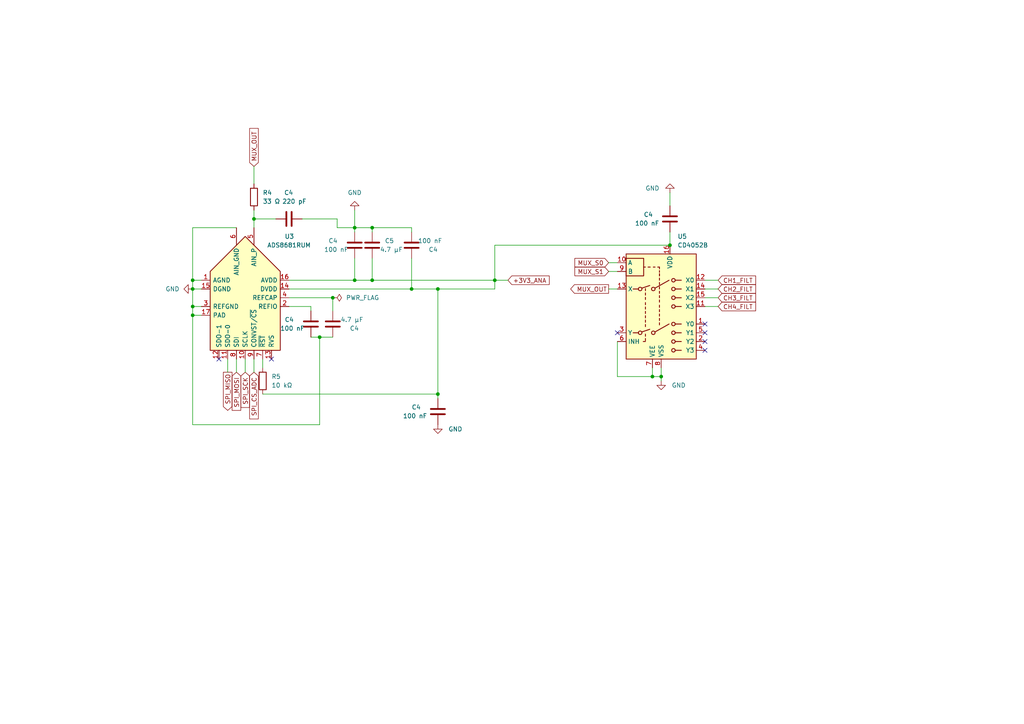
<source format=kicad_sch>
(kicad_sch (version 20230121) (generator eeschema)
  (paper "A4")
  (lib_symbols
    (symbol "Analog_ADC:ADS8681RUM" (pin_names (offset 0.762))
      (property "Reference" "U" (at 6.35 13.97 0))
      (property "Value" "ADS8681RUM" (at 6.35 11.43 0))
      (symbol "ADS8681RUM_0_1"
        (polyline (pts (xy -5.08 10.16) (xy 17.78 10.16) (xy 17.78 -10.16) (xy -5.08 -10.16) (xy -15.24 0) (xy -5.08 10.16)) (stroke (width 0.254)) (fill (type background)))
      )
      (symbol "ADS8681RUM_1_1"
        (pin power_in line (at -2.54 -12.7 90) (length 2.54) (name "AGND") (number "1"))
        (pin input line (at 20.32 0 180) (length 2.54) (name "SCLK") (number "10"))
        (pin tri_state line (at 20.32 -5.08 180) (length 2.54) (name "SDO-0") (number "11"))
        (pin tri_state line (at 20.32 -7.62 180) (length 2.54) (name "SDO-1") (number "12"))
        (pin output line (at 20.32 7.62 180) (length 2.54) (name "RVS") (number "13"))
        (pin power_in line (at 0 12.7 270) (length 2.54) (name "DVDD") (number "14"))
        (pin power_in line (at 0 -12.7 90) (length 2.54) (name "DGND") (number "15"))
        (pin power_in line (at -2.54 12.7 270) (length 2.54) (name "AVDD") (number "16"))
        (pin power_in line (at 7.62 -12.7 90) (length 2.54) (name "PAD") (number "17"))
        (pin passive line (at 5.08 12.7 270) (length 2.54) (name "REFIO") (number "2"))
        (pin power_in line (at 5.08 -12.7 90) (length 2.54) (name "REFGND") (number "3"))
        (pin power_in line (at 2.54 12.7 270) (length 2.54) (name "REFCAP") (number "4"))
        (pin input line (at -17.78 2.54 0) (length 5.08) (name "AIN_P") (number "5"))
        (pin input line (at -17.78 -2.54 0) (length 5.08) (name "AIN_GND") (number "6"))
        (pin input line (at 20.32 5.08 180) (length 2.54) (name "~{RST}") (number "7"))
        (pin input line (at 20.32 -2.54 180) (length 2.54) (name "SDI") (number "8"))
        (pin input line (at 20.32 2.54 180) (length 2.54) (name "CONVST/~{CS}") (number "9"))
      )
    )
    (symbol "Analog_Switch:CD4052B"
      (property "Reference" "U" (at -10.16 16.51 0))
      (property "Value" "CD4052B" (at 3.81 16.51 0))
      (symbol "CD4052B_0_1"
        (rectangle (start -10.16 8.89) (end -5.08 13.97) (stroke (width 0.254)))
        (rectangle (start -10.16 15.24) (end 10.16 -15.24) (stroke (width 0.254)) (fill (type background)))
        (circle (center -6.096 -7.62) (radius 0.508) (stroke (width 0.254)))
        (circle (center -6.096 5.08) (radius 0.508) (stroke (width 0.254)))
        (circle (center -2.286 -7.62) (radius 0.508) (stroke (width 0.254)))
        (circle (center -2.286 5.08) (radius 0.508) (stroke (width 0.254)))
        (polyline (pts (xy -8.128 -7.62) (xy -6.604 -7.62)) (stroke (width 0.254)))
        (polyline (pts (xy -8.128 5.08) (xy -6.604 5.08)) (stroke (width 0.254)))
        (polyline (pts (xy -5.588 -7.366) (xy -3.302 -6.604)) (stroke (width 0.254)))
        (polyline (pts (xy -5.588 5.334) (xy -3.302 6.096)) (stroke (width 0.254)))
        (polyline (pts (xy -4.572 -10.16) (xy -5.207 -10.16)) (stroke (width 0.254)))
        (polyline (pts (xy -4.572 -9.906) (xy -4.572 -9.271)) (stroke (width 0.254)))
        (polyline (pts (xy -4.572 -8.636) (xy -4.572 -8.001)) (stroke (width 0.254)))
        (polyline (pts (xy -4.572 -5.842) (xy -4.572 -5.207)) (stroke (width 0.254)))
        (polyline (pts (xy -4.572 -4.572) (xy -4.572 -3.937)) (stroke (width 0.254)))
        (polyline (pts (xy -4.572 -3.302) (xy -4.572 -2.667)) (stroke (width 0.254)))
        (polyline (pts (xy -4.572 -2.032) (xy -4.572 -1.397)) (stroke (width 0.254)))
        (polyline (pts (xy -4.572 -0.762) (xy -4.572 -0.127)) (stroke (width 0.254)))
        (polyline (pts (xy -4.572 0.508) (xy -4.572 1.143)) (stroke (width 0.254)))
        (polyline (pts (xy -4.572 2.032) (xy -4.572 2.667)) (stroke (width 0.254)))
        (polyline (pts (xy -4.572 3.302) (xy -4.572 3.937)) (stroke (width 0.254)))
        (polyline (pts (xy -4.572 4.572) (xy -4.572 5.207)) (stroke (width 0.254)))
        (polyline (pts (xy -4.572 11.43) (xy -5.08 11.43)) (stroke (width 0.254)))
        (polyline (pts (xy -3.81 11.43) (xy -3.175 11.43)) (stroke (width 0.254)))
        (polyline (pts (xy -1.778 -7.366) (xy 2.286 -5.08)) (stroke (width 0.254)))
        (polyline (pts (xy -1.778 5.334) (xy 2.286 7.62)) (stroke (width 0.254)))
        (polyline (pts (xy -1.778 11.43) (xy -2.286 11.43)) (stroke (width 0.254)))
        (polyline (pts (xy -0.508 -5.334) (xy -0.508 -4.699)) (stroke (width 0.254)))
        (polyline (pts (xy -0.508 -4.064) (xy -0.508 -3.429)) (stroke (width 0.254)))
        (polyline (pts (xy -0.508 -2.794) (xy -0.508 -2.159)) (stroke (width 0.254)))
        (polyline (pts (xy -0.508 -1.524) (xy -0.508 -0.889)) (stroke (width 0.254)))
        (polyline (pts (xy -0.508 -0.254) (xy -0.508 0.381)) (stroke (width 0.254)))
        (polyline (pts (xy -0.508 1.27) (xy -0.508 1.905)) (stroke (width 0.254)))
        (polyline (pts (xy -0.508 2.54) (xy -0.508 3.175)) (stroke (width 0.254)))
        (polyline (pts (xy -0.508 3.81) (xy -0.508 4.445)) (stroke (width 0.254)))
        (polyline (pts (xy -0.508 5.08) (xy -0.508 5.715)) (stroke (width 0.254)))
        (polyline (pts (xy -0.508 6.35) (xy -0.508 6.985)) (stroke (width 0.254)))
        (polyline (pts (xy -0.508 7.62) (xy -0.508 8.255)) (stroke (width 0.254)))
        (polyline (pts (xy -0.508 8.89) (xy -0.508 9.398)) (stroke (width 0.254)))
        (polyline (pts (xy -0.508 8.89) (xy -0.508 9.525)) (stroke (width 0.254)))
        (polyline (pts (xy -0.508 9.906) (xy -0.508 10.414)) (stroke (width 0.254)))
        (polyline (pts (xy -0.508 10.922) (xy -0.508 11.43)) (stroke (width 0.254)))
        (polyline (pts (xy -0.508 11.43) (xy -1.016 11.43)) (stroke (width 0.254)))
        (polyline (pts (xy 4.064 -12.7) (xy 5.842 -12.7)) (stroke (width 0.254)))
        (polyline (pts (xy 4.064 -10.16) (xy 5.842 -10.16)) (stroke (width 0.254)))
        (polyline (pts (xy 4.064 -7.62) (xy 5.842 -7.62)) (stroke (width 0.254)))
        (polyline (pts (xy 4.064 -5.08) (xy 5.842 -5.08)) (stroke (width 0.254)))
        (polyline (pts (xy 4.064 0) (xy 5.842 0)) (stroke (width 0.254)))
        (polyline (pts (xy 4.064 2.54) (xy 5.842 2.54)) (stroke (width 0.254)))
        (polyline (pts (xy 4.064 5.08) (xy 5.842 5.08)) (stroke (width 0.254)))
        (polyline (pts (xy 4.064 7.62) (xy 5.842 7.62)) (stroke (width 0.254)))
        (circle (center 3.556 -12.7) (radius 0.508) (stroke (width 0.254)))
        (circle (center 3.556 -10.16) (radius 0.508) (stroke (width 0.254)))
        (circle (center 3.556 -7.62) (radius 0.508) (stroke (width 0.254)))
        (circle (center 3.556 -5.08) (radius 0.508) (stroke (width 0.254)))
        (circle (center 3.556 0) (radius 0.508) (stroke (width 0.254)))
        (circle (center 3.556 2.54) (radius 0.508) (stroke (width 0.254)))
        (circle (center 3.556 5.08) (radius 0.508) (stroke (width 0.254)))
        (circle (center 3.556 7.62) (radius 0.508) (stroke (width 0.254)))
      )
      (symbol "CD4052B_1_1"
        (pin bidirectional line (at 12.7 -5.08 180) (length 2.54) (name "Y0") (number "1"))
        (pin input line (at -12.7 12.7 0) (length 2.54) (name "A") (number "10"))
        (pin bidirectional line (at 12.7 0 180) (length 2.54) (name "X3") (number "11"))
        (pin bidirectional line (at 12.7 7.62 180) (length 2.54) (name "X0") (number "12"))
        (pin bidirectional line (at -12.7 5.08 0) (length 2.54) (name "X") (number "13"))
        (pin bidirectional line (at 12.7 5.08 180) (length 2.54) (name "X1") (number "14"))
        (pin bidirectional line (at 12.7 2.54 180) (length 2.54) (name "X2") (number "15"))
        (pin power_in line (at 2.54 17.78 270) (length 2.54) (name "VDD") (number "16"))
        (pin bidirectional line (at 12.7 -10.16 180) (length 2.54) (name "Y2") (number "2"))
        (pin bidirectional line (at -12.7 -7.62 0) (length 2.54) (name "Y") (number "3"))
        (pin bidirectional line (at 12.7 -12.7 180) (length 2.54) (name "Y3") (number "4"))
        (pin bidirectional line (at 12.7 -7.62 180) (length 2.54) (name "Y1") (number "5"))
        (pin input line (at -12.7 -10.16 0) (length 2.54) (name "INH") (number "6"))
        (pin power_in line (at -2.54 -17.78 90) (length 2.54) (name "VEE") (number "7"))
        (pin power_in line (at 0 -17.78 90) (length 2.54) (name "VSS") (number "8"))
        (pin input line (at -12.7 10.16 0) (length 2.54) (name "B") (number "9"))
      )
    )
    (symbol "Device:C" (pin_numbers hide) (pin_names (offset 0.254))
      (property "Reference" "C" (at 0.635 2.54 0))
      (property "Value" "C" (at 0.635 -2.54 0))
      (symbol "C_0_1"
        (polyline (pts (xy -2.032 -0.762) (xy 2.032 -0.762)) (stroke (width 0.508)))
        (polyline (pts (xy -2.032 0.762) (xy 2.032 0.762)) (stroke (width 0.508)))
      )
      (symbol "C_1_1"
        (pin passive line (at 0 3.81 270) (length 2.794) (name "~") (number "1"))
        (pin passive line (at 0 -3.81 90) (length 2.794) (name "~") (number "2"))
      )
    )
    (symbol "Device:R" (pin_numbers hide) (pin_names (offset 0))
      (property "Reference" "R" (at 2.032 0 90))
      (property "Value" "R" (at 0 0 90))
      (symbol "R_0_1"
        (rectangle (start -1.016 -2.54) (end 1.016 2.54) (stroke (width 0.254)))
      )
      (symbol "R_1_1"
        (pin passive line (at 0 3.81 270) (length 1.27) (name "~") (number "1"))
        (pin passive line (at 0 -3.81 90) (length 1.27) (name "~") (number "2"))
      )
    )
    (symbol "power:GND" (power) (pin_names (offset 0))
      (property "Value" "GND" (at 0 -3.81 0))
      (symbol "GND_0_1"
        (polyline (pts (xy 0 0) (xy 0 -1.27) (xy 1.27 -1.27) (xy 0 -2.54) (xy -1.27 -1.27) (xy 0 -1.27)))
      )
      (symbol "GND_1_1"
        (pin power_in line (at 0 0 270) (length 0) hide (name "GND") (number "1"))
      )
    )
    (symbol "power:PWR_FLAG" (power) (pin_numbers hide) (pin_names (offset 0) hide)
      (property "Value" "PWR_FLAG" (at 0 3.81 0))
      (symbol "PWR_FLAG_0_0"
        (pin power_out line (at 0 0 90) (length 0) (name "pwr") (number "1"))
      )
      (symbol "PWR_FLAG_0_1"
        (polyline (pts (xy 0 0) (xy 0 1.27) (xy -1.016 1.905) (xy 0 2.54) (xy 1.016 1.905) (xy 0 1.27)))
      )
    )
  )
  (junction (at 55.88 81.28))
  (junction (at 189.23 109.22))
  (junction (at 194.31 71.12))
  (junction (at 55.88 83.82))
  (junction (at 73.66 63.5))
  (junction (at 127 83.82))
  (junction (at 96.52 86.36))
  (junction (at 55.88 91.44))
  (junction (at 107.95 66.04))
  (junction (at 102.87 81.28))
  (junction (at 143.51 81.28))
  (junction (at 107.95 81.28))
  (junction (at 102.87 66.04))
  (junction (at 92.71 97.79))
  (junction (at 55.88 88.9))
  (junction (at 191.77 109.22))
  (junction (at 119.38 83.82))
  (junction (at 127 114.3))
  (no_connect (at 204.47 101.6))
  (no_connect (at 63.5 104.14))
  (no_connect (at 179.07 96.52))
  (no_connect (at 204.47 99.06))
  (no_connect (at 78.74 104.14))
  (no_connect (at 204.47 93.98))
  (no_connect (at 204.47 96.52))
  (wire (pts (xy 176.53 83.82) (xy 179.07 83.82)))
  (wire (pts (xy 102.87 81.28) (xy 107.95 81.28)))
  (wire (pts (xy 119.38 67.31) (xy 119.38 66.04)))
  (wire (pts (xy 73.66 63.5) (xy 80.01 63.5)))
  (wire (pts (xy 55.88 66.04) (xy 55.88 81.28)))
  (wire (pts (xy 96.52 86.36) (xy 96.52 90.17)))
  (wire (pts (xy 194.31 71.12) (xy 143.51 71.12)))
  (wire (pts (xy 143.51 83.82) (xy 143.51 81.28)))
  (wire (pts (xy 73.66 48.26) (xy 73.66 53.34)))
  (wire (pts (xy 55.88 88.9) (xy 55.88 83.82)))
  (wire (pts (xy 92.71 123.19) (xy 55.88 123.19)))
  (wire (pts (xy 76.2 114.3) (xy 127 114.3)))
  (wire (pts (xy 179.07 109.22) (xy 189.23 109.22)))
  (wire (pts (xy 83.82 88.9) (xy 90.17 88.9)))
  (wire (pts (xy 107.95 74.93) (xy 107.95 81.28)))
  (wire (pts (xy 127 114.3) (xy 127 83.82)))
  (wire (pts (xy 68.58 66.04) (xy 55.88 66.04)))
  (wire (pts (xy 204.47 83.82) (xy 208.28 83.82)))
  (wire (pts (xy 189.23 109.22) (xy 191.77 109.22)))
  (wire (pts (xy 92.71 97.79) (xy 96.52 97.79)))
  (wire (pts (xy 204.47 81.28) (xy 208.28 81.28)))
  (wire (pts (xy 55.88 123.19) (xy 55.88 91.44)))
  (wire (pts (xy 176.53 78.74) (xy 179.07 78.74)))
  (wire (pts (xy 204.47 88.9) (xy 208.28 88.9)))
  (wire (pts (xy 97.79 66.04) (xy 102.87 66.04)))
  (wire (pts (xy 55.88 81.28) (xy 58.42 81.28)))
  (wire (pts (xy 102.87 60.96) (xy 102.87 66.04)))
  (wire (pts (xy 194.31 55.88) (xy 194.31 59.69)))
  (wire (pts (xy 176.53 76.2) (xy 179.07 76.2)))
  (wire (pts (xy 92.71 97.79) (xy 92.71 123.19)))
  (wire (pts (xy 71.12 104.14) (xy 71.12 107.95)))
  (wire (pts (xy 90.17 97.79) (xy 92.71 97.79)))
  (wire (pts (xy 189.23 106.68) (xy 189.23 109.22)))
  (wire (pts (xy 58.42 88.9) (xy 55.88 88.9)))
  (wire (pts (xy 76.2 104.14) (xy 76.2 106.68)))
  (wire (pts (xy 83.82 81.28) (xy 102.87 81.28)))
  (wire (pts (xy 87.63 63.5) (xy 97.79 63.5)))
  (wire (pts (xy 107.95 66.04) (xy 102.87 66.04)))
  (wire (pts (xy 83.82 83.82) (xy 119.38 83.82)))
  (wire (pts (xy 73.66 60.96) (xy 73.66 63.5)))
  (wire (pts (xy 127 115.57) (xy 127 114.3)))
  (wire (pts (xy 90.17 88.9) (xy 90.17 90.17)))
  (wire (pts (xy 143.51 71.12) (xy 143.51 81.28)))
  (wire (pts (xy 107.95 66.04) (xy 119.38 66.04)))
  (wire (pts (xy 204.47 86.36) (xy 208.28 86.36)))
  (wire (pts (xy 55.88 91.44) (xy 55.88 88.9)))
  (wire (pts (xy 102.87 74.93) (xy 102.87 81.28)))
  (wire (pts (xy 194.31 67.31) (xy 194.31 71.12)))
  (wire (pts (xy 83.82 86.36) (xy 96.52 86.36)))
  (wire (pts (xy 179.07 99.06) (xy 179.07 109.22)))
  (wire (pts (xy 73.66 63.5) (xy 73.66 66.04)))
  (wire (pts (xy 55.88 83.82) (xy 58.42 83.82)))
  (wire (pts (xy 143.51 81.28) (xy 147.32 81.28)))
  (wire (pts (xy 191.77 106.68) (xy 191.77 109.22)))
  (wire (pts (xy 119.38 74.93) (xy 119.38 83.82)))
  (wire (pts (xy 107.95 67.31) (xy 107.95 66.04)))
  (wire (pts (xy 102.87 67.31) (xy 102.87 66.04)))
  (wire (pts (xy 58.42 91.44) (xy 55.88 91.44)))
  (wire (pts (xy 107.95 81.28) (xy 143.51 81.28)))
  (wire (pts (xy 66.04 104.14) (xy 66.04 107.95)))
  (wire (pts (xy 68.58 104.14) (xy 68.58 107.95)))
  (wire (pts (xy 55.88 81.28) (xy 55.88 83.82)))
  (wire (pts (xy 119.38 83.82) (xy 127 83.82)))
  (wire (pts (xy 143.51 83.82) (xy 127 83.82)))
  (wire (pts (xy 97.79 63.5) (xy 97.79 66.04)))
  (wire (pts (xy 191.77 109.22) (xy 191.77 110.49)))
  (wire (pts (xy 73.66 104.14) (xy 73.66 107.95)))
  (global_label "SPI_SCK" (shape input) (at 71.12 107.95 270) (property "Intersheetrefs" "${INTERSHEET_REFS}" (effects hide)))
  (global_label "CH2_FILT" (shape input) (at 208.28 83.82 0) (property "Intersheetrefs" "${INTERSHEET_REFS}" (effects hide)))
  (global_label "MUX_OUT" (shape input) (at 73.66 48.26 90) (property "Intersheetrefs" "${INTERSHEET_REFS}" (effects hide)))
  (global_label "SPI_CS_ADC" (shape input) (at 73.66 107.95 270) (property "Intersheetrefs" "${INTERSHEET_REFS}" (effects hide)))
  (global_label "CH4_FILT" (shape input) (at 208.28 88.9 0) (property "Intersheetrefs" "${INTERSHEET_REFS}" (effects hide)))
  (global_label "CH3_FILT" (shape input) (at 208.28 86.36 0) (property "Intersheetrefs" "${INTERSHEET_REFS}" (effects hide)))
  (global_label "CH1_FILT" (shape input) (at 208.28 81.28 0) (property "Intersheetrefs" "${INTERSHEET_REFS}" (effects hide)))
  (global_label "SPI_MISO" (shape output) (at 66.04 107.95 270) (property "Intersheetrefs" "${INTERSHEET_REFS}" (effects hide)))
  (global_label "MUX_S1" (shape input) (at 176.53 78.74 180) (property "Intersheetrefs" "${INTERSHEET_REFS}" (effects hide)))
  (global_label "SPI_MOSI" (shape input) (at 68.58 107.95 270) (property "Intersheetrefs" "${INTERSHEET_REFS}" (effects hide)))
  (global_label "+3V3_ANA" (shape input) (at 147.32 81.28 0) (property "Intersheetrefs" "${INTERSHEET_REFS}" (effects hide)))
  (global_label "MUX_OUT" (shape output) (at 176.53 83.82 180) (property "Intersheetrefs" "${INTERSHEET_REFS}" (effects hide)))
  (global_label "MUX_S0" (shape input) (at 176.53 76.2 180) (property "Intersheetrefs" "${INTERSHEET_REFS}" (effects hide)))
  (symbol (lib_id "Device:R") (at 76.2 110.49 0) (unit 1)
    (property "Reference" "R5" (at 78.74 109.22 0) (effects (justify left)))
    (property "Value" "10 kΩ" (at 78.74 111.76 0) (effects (justify left)))
    (property "Footprint" "Resistor_SMD:R_0603_1608Metric" (effects hide))
  )
  (symbol (lib_id "Device:C") (at 127 119.38 0) (mirror y) (unit 1)
    (property "Reference" "C4" (at 119.38 118.11 0) (effects (justify right)))
    (property "Value" "100 nF" (at 116.84 120.65 0) (effects (justify right)))
    (property "Footprint" "Capacitor_SMD:C_0603_1608Metric" (effects hide))
    (instances (project "DAQ_4CH_16bit_100kSps" (path "" (reference "C4") (unit 1)) (path "" (reference "C1") (unit 1)) (path "" (reference "C10") (unit 1))))
  )
  (symbol (lib_id "power:GND") (at 191.77 110.49 0) (unit 1)
    (property "Reference" "#PWR017" (effects hide))
    (property "Value" "GND" (at 196.85 111.76 0))
  )
  (symbol (lib_id "power:GND") (at 127 123.19 0) (unit 1)
    (property "Reference" "#PWR010" (effects hide))
    (property "Value" "GND" (at 132.08 124.46 0))
  )
  (symbol (lib_id "power:GND") (at 102.87 60.96 180) (unit 1)
    (property "Reference" "#PWR019" (effects hide))
    (property "Value" "GND" (at 102.87 55.88 0))
  )
  (symbol (lib_id "Device:C") (at 83.82 63.5 270) (mirror x) (unit 1)
    (property "Reference" "C4" (at 85.09 55.88 90) (effects (justify right)))
    (property "Value" "220 pF" (at 88.9 58.42 90) (effects (justify right)))
    (property "Footprint" "Capacitor_SMD:C_0603_1608Metric" (effects hide))
    (instances (project "DAQ_4CH_16bit_100kSps" (path "" (reference "C4") (unit 1)) (path "" (reference "C1") (unit 1)) (path "" (reference "C9") (unit 1))))
  )
  (symbol (lib_id "power:PWR_FLAG") (at 96.52 86.36 270) (unit 1)
    (property "Reference" "#FLG03" (effects hide))
    (property "Value" "PWR_FLAG" (at 100.33 86.36 90) (effects (justify left)))
    (instances (project "DAQ_4CH_16bit_100kSps" (path "" (reference "#FLG03") (unit 1)) (path "" (reference "#FLG04") (unit 1))))
  )
  (symbol (lib_id "Analog_Switch:CD4052B") (at 191.77 88.9 0) (unit 1)
    (property "Reference" "U5" (at 196.5041 68.58 0) (effects (justify left)))
    (property "Value" "CD4052B" (at 196.5041 71.12 0) (effects (justify left)))
    (property "Footprint" "Package_SO:SOIC-16_3.9x9.9mm_P1.27mm" (effects hide))
    (property "Datasheet" "http://www.ti.com/lit/ds/symlink/cd4052b.pdf" (effects hide))
  )
  (symbol (lib_id "Device:C") (at 102.87 71.12 0) (mirror y) (unit 1)
    (property "Reference" "C4" (at 95.25 69.85 0) (effects (justify right)))
    (property "Value" "100 nF" (at 93.98 72.39 0) (effects (justify right)))
    (property "Footprint" "Capacitor_SMD:C_0603_1608Metric" (effects hide))
    (instances (project "DAQ_4CH_16bit_100kSps" (path "" (reference "C4") (unit 1)) (path "" (reference "C1") (unit 1)) (path "" (reference "C8") (unit 1))))
  )
  (symbol (lib_id "Device:C") (at 107.95 71.12 0) (mirror x) (unit 1)
    (property "Reference" "C5" (at 114.3 69.85 0) (effects (justify right)))
    (property "Value" "4.7 µF" (at 116.84 72.39 0) (effects (justify right)))
    (property "Footprint" "Capacitor_SMD:C_0805_2012Metric" (effects hide))
    (instances (project "DAQ_4CH_16bit_100kSps" (path "" (reference "C5") (unit 1)) (path "" (reference "Cbulk") (unit 1)) (path "" (reference "C7") (unit 1))))
  )
  (symbol (lib_id "Device:C") (at 119.38 71.12 0) (mirror x) (unit 1)
    (property "Reference" "C4" (at 127 72.39 0) (effects (justify right)))
    (property "Value" "100 nF" (at 128.27 69.85 0) (effects (justify right)))
    (property "Footprint" "Capacitor_SMD:C_0603_1608Metric" (effects hide))
    (instances (project "DAQ_4CH_16bit_100kSps" (path "" (reference "C4") (unit 1)) (path "" (reference "C1") (unit 1)) (path "" (reference "C2") (unit 1))))
  )
  (symbol (lib_id "power:GND") (at 194.31 55.88 180) (unit 1)
    (property "Reference" "#PWR018" (effects hide))
    (property "Value" "GND" (at 189.23 54.61 0))
  )
  (symbol (lib_id "Device:C") (at 90.17 93.98 0) (mirror y) (unit 1)
    (property "Reference" "C4" (at 82.55 92.71 0) (effects (justify right)))
    (property "Value" "100 nF" (at 81.28 95.25 0) (effects (justify right)))
    (property "Footprint" "Capacitor_SMD:C_0603_1608Metric" (effects hide))
    (instances (project "DAQ_4CH_16bit_100kSps" (path "" (reference "C4") (unit 1)) (path "" (reference "C1") (unit 1)) (path "" (reference "C3") (unit 1))))
  )
  (symbol (lib_id "Device:C") (at 96.52 93.98 0) (mirror x) (unit 1)
    (property "Reference" "C4" (at 104.14 95.25 0) (effects (justify right)))
    (property "Value" "4.7 µF" (at 105.41 92.71 0) (effects (justify right)))
    (property "Footprint" "Capacitor_SMD:C_0805_2012Metric" (effects hide))
    (instances (project "DAQ_4CH_16bit_100kSps" (path "" (reference "C4") (unit 1)) (path "" (reference "C1") (unit 1)) (path "" (reference "C6") (unit 1))))
  )
  (symbol (lib_id "power:GND") (at 55.88 83.82 270) (unit 1)
    (property "Reference" "#PWR011" (effects hide))
    (property "Value" "GND" (at 52.07 83.82 90) (effects (justify right)))
  )
  (symbol (lib_id "Analog_ADC:ADS8681RUM") (at 71.12 83.82 270) (unit 1)
    (property "Reference" "U3" (at 82.55 68.58 90) (effects (justify left)))
    (property "Value" "ADS8681RUM" (at 77.47 71.12 90) (effects (justify left)))
    (property "Footprint" "Package_DFN_QFN:QFN-16-1EP_4x4mm_P0.65mm_EP2.7x2.7mm" (effects hide))
    (property "Datasheet" "http://www.ti.com/lit/ds/symlink/ads8681.pdf" (effects hide))
  )
  (symbol (lib_id "Device:R") (at 73.66 57.15 0) (unit 1)
    (property "Reference" "R4" (at 76.2 55.88 0) (effects (justify left)))
    (property "Value" "33 Ω" (at 76.2 58.42 0) (effects (justify left)))
    (property "Footprint" "Resistor_SMD:R_0603_1608Metric" (effects hide))
  )
  (symbol (lib_id "Device:C") (at 194.31 63.5 0) (mirror y) (unit 1)
    (property "Reference" "C4" (at 186.69 62.23 0) (effects (justify right)))
    (property "Value" "100 nF" (at 184.15 64.77 0) (effects (justify right)))
    (property "Footprint" "Capacitor_SMD:C_0603_1608Metric" (effects hide))
    (instances (project "DAQ_4CH_16bit_100kSps" (path "" (reference "C4") (unit 1)) (path "" (reference "C1") (unit 1)) (path "" (reference "Cdec1") (unit 1))))
  )
)
</source>
